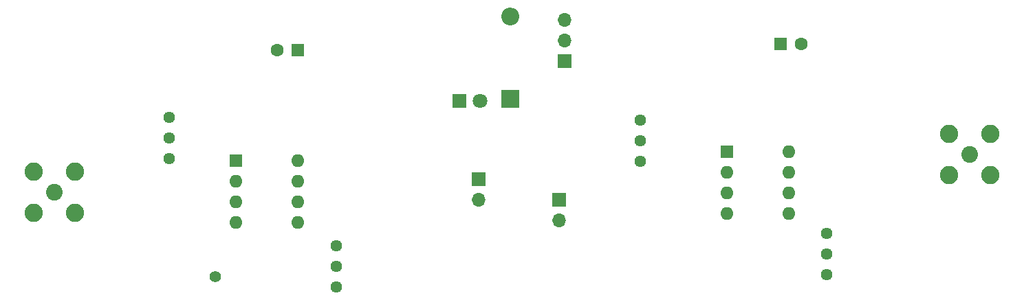
<source format=gbr>
%TF.GenerationSoftware,KiCad,Pcbnew,(6.0.7)*%
%TF.CreationDate,2023-01-05T20:50:53-05:00*%
%TF.ProjectId,Phoenix612_Stage_1_PA_Testing_v1,50686f65-6e69-4783-9631-325f53746167,rev?*%
%TF.SameCoordinates,Original*%
%TF.FileFunction,Soldermask,Bot*%
%TF.FilePolarity,Negative*%
%FSLAX46Y46*%
G04 Gerber Fmt 4.6, Leading zero omitted, Abs format (unit mm)*
G04 Created by KiCad (PCBNEW (6.0.7)) date 2023-01-05 20:50:53*
%MOMM*%
%LPD*%
G01*
G04 APERTURE LIST*
%ADD10R,2.200000X2.200000*%
%ADD11O,2.200000X2.200000*%
%ADD12C,1.400000*%
%ADD13R,1.700000X1.700000*%
%ADD14O,1.700000X1.700000*%
%ADD15R,1.600000X1.600000*%
%ADD16O,1.600000X1.600000*%
%ADD17C,1.440000*%
%ADD18C,1.600000*%
%ADD19C,2.050000*%
%ADD20C,2.250000*%
%ADD21R,1.800000X1.800000*%
%ADD22C,1.800000*%
G04 APERTURE END LIST*
D10*
%TO.C,D1*%
X79616300Y-33464500D03*
D11*
X79616300Y-23304500D03*
%TD*%
D12*
%TO.C,TP1*%
X43345100Y-55435500D03*
%TD*%
D13*
%TO.C,J3*%
X85661500Y-45905500D03*
D14*
X85661500Y-48445500D03*
%TD*%
D15*
%TO.C,U1*%
X45844300Y-41145300D03*
D16*
X45844300Y-43685300D03*
X45844300Y-46225300D03*
X45844300Y-48765300D03*
X53464300Y-48765300D03*
X53464300Y-46225300D03*
X53464300Y-43685300D03*
X53464300Y-41145300D03*
%TD*%
D13*
%TO.C,J2*%
X75730100Y-43390900D03*
D14*
X75730100Y-45930900D03*
%TD*%
D17*
%TO.C,RV3*%
X95643700Y-41170700D03*
X95643700Y-38630700D03*
X95643700Y-36090700D03*
%TD*%
%TO.C,RV2*%
X58204100Y-51625500D03*
X58204100Y-54165500D03*
X58204100Y-56705500D03*
%TD*%
%TO.C,RV1*%
X37655500Y-40881300D03*
X37655500Y-38341300D03*
X37655500Y-35801300D03*
%TD*%
D15*
%TO.C,C9*%
X112931449Y-26758900D03*
D18*
X115431449Y-26758900D03*
%TD*%
D13*
%TO.C,J4*%
X86296500Y-28841700D03*
D14*
X86296500Y-26301700D03*
X86296500Y-23761700D03*
%TD*%
D17*
%TO.C,RV4*%
X118554500Y-50126900D03*
X118554500Y-52666900D03*
X118554500Y-55206900D03*
%TD*%
D19*
%TO.C,J1*%
X23482300Y-44996100D03*
D20*
X26022300Y-42456100D03*
X20942300Y-42456100D03*
X20942300Y-47536100D03*
X26022300Y-47536100D03*
%TD*%
D21*
%TO.C,D2*%
X73337500Y-33718500D03*
D22*
X75877500Y-33718500D03*
%TD*%
D19*
%TO.C,J5*%
X136232900Y-40347900D03*
D20*
X133692900Y-37807900D03*
X133692900Y-42887900D03*
X138772900Y-37807900D03*
X138772900Y-42887900D03*
%TD*%
D15*
%TO.C,U2*%
X106296300Y-40027700D03*
D16*
X106296300Y-42567700D03*
X106296300Y-45107700D03*
X106296300Y-47647700D03*
X113916300Y-47647700D03*
X113916300Y-45107700D03*
X113916300Y-42567700D03*
X113916300Y-40027700D03*
%TD*%
D15*
%TO.C,C3*%
X53463951Y-27520900D03*
D18*
X50963951Y-27520900D03*
%TD*%
M02*

</source>
